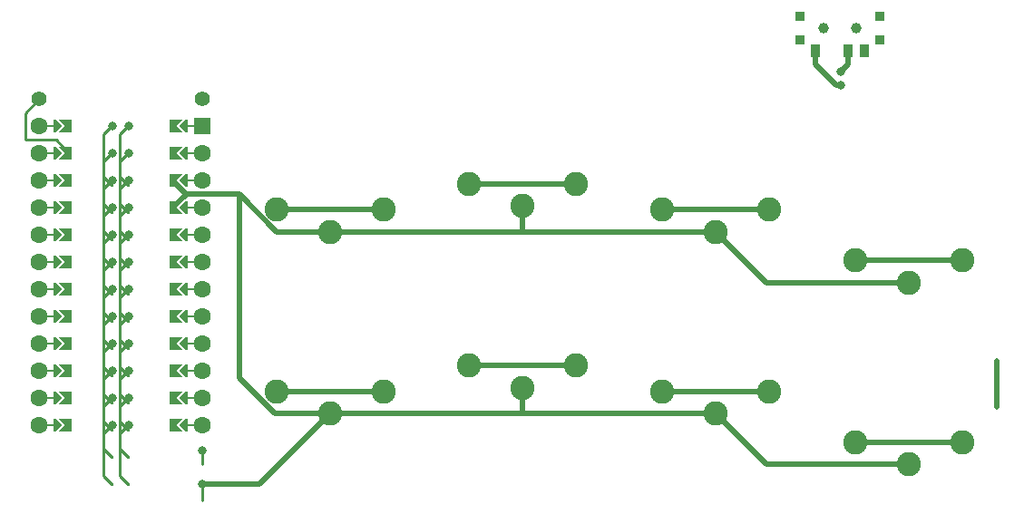
<source format=gbl>
%TF.GenerationSoftware,KiCad,Pcbnew,(6.0.10)*%
%TF.CreationDate,2023-01-30T20:00:38-06:00*%
%TF.ProjectId,mypaintbrush_normal,6d797061-696e-4746-9272-7573685f6e6f,rev?*%
%TF.SameCoordinates,Original*%
%TF.FileFunction,Copper,L2,Bot*%
%TF.FilePolarity,Positive*%
%FSLAX46Y46*%
G04 Gerber Fmt 4.6, Leading zero omitted, Abs format (unit mm)*
G04 Created by KiCad (PCBNEW (6.0.10)) date 2023-01-30 20:00:38*
%MOMM*%
%LPD*%
G01*
G04 APERTURE LIST*
G04 Aperture macros list*
%AMFreePoly0*
4,1,6,0.600000,0.200000,0.000000,-0.400000,-0.600000,0.200000,-0.600000,0.400000,0.600000,0.400000,0.600000,0.200000,0.600000,0.200000,$1*%
%AMFreePoly1*
4,1,5,0.125000,-0.500000,-0.125000,-0.500000,-0.125000,0.500000,0.125000,0.500000,0.125000,-0.500000,0.125000,-0.500000,$1*%
%AMFreePoly2*
4,1,49,0.004773,0.123721,0.009154,0.124665,0.028961,0.117240,0.062500,0.108253,0.068237,0.102516,0.075053,0.099961,0.087617,0.083136,0.108253,0.062500,0.111178,0.051584,0.117161,0.043572,0.118539,0.024114,0.125000,0.000000,0.121239,-0.014035,0.122131,-0.026629,0.113759,-0.041951,0.108253,-0.062500,0.095644,-0.075109,0.088389,-0.088388,-0.641000,-0.817776,-0.641000,-4.770224,
0.088389,-5.499612,0.109852,-5.528356,0.124665,-5.597154,0.099961,-5.663053,0.043572,-5.705161,-0.026629,-5.710131,-0.088388,-5.676389,-0.854388,-4.910388,-0.867707,-4.892552,-0.871189,-4.889530,-0.871982,-4.886826,-0.875852,-4.881644,-0.882331,-4.851549,-0.891000,-4.822000,-0.891000,-0.766000,-0.887805,-0.743969,-0.888131,-0.739371,-0.886780,-0.736898,-0.885852,-0.730498,-0.869151,-0.704632,
-0.854388,-0.677612,-0.088388,0.088389,-0.064606,0.106147,-0.062500,0.108253,-0.061385,0.108552,-0.059644,0.109852,-0.043806,0.113262,0.000000,0.125000,0.004773,0.123721,0.004773,0.123721,$1*%
%AMFreePoly3*
4,1,6,0.600000,-0.250000,-0.600000,-0.250000,-0.600000,1.000000,0.000000,0.400000,0.600000,1.000000,0.600000,-0.250000,0.600000,-0.250000,$1*%
G04 Aperture macros list end*
%TA.AperFunction,ComponentPad*%
%ADD10C,2.262000*%
%TD*%
%TA.AperFunction,SMDPad,CuDef*%
%ADD11FreePoly0,270.000000*%
%TD*%
%TA.AperFunction,SMDPad,CuDef*%
%ADD12FreePoly1,270.000000*%
%TD*%
%TA.AperFunction,ComponentPad*%
%ADD13C,1.600000*%
%TD*%
%TA.AperFunction,ComponentPad*%
%ADD14R,1.600000X1.600000*%
%TD*%
%TA.AperFunction,SMDPad,CuDef*%
%ADD15FreePoly0,90.000000*%
%TD*%
%TA.AperFunction,SMDPad,CuDef*%
%ADD16FreePoly1,90.000000*%
%TD*%
%TA.AperFunction,ComponentPad*%
%ADD17C,0.800000*%
%TD*%
%TA.AperFunction,SMDPad,CuDef*%
%ADD18FreePoly2,90.000000*%
%TD*%
%TA.AperFunction,SMDPad,CuDef*%
%ADD19FreePoly3,270.000000*%
%TD*%
%TA.AperFunction,SMDPad,CuDef*%
%ADD20FreePoly3,90.000000*%
%TD*%
%TA.AperFunction,SMDPad,CuDef*%
%ADD21FreePoly2,270.000000*%
%TD*%
%TA.AperFunction,ComponentPad*%
%ADD22C,1.397000*%
%TD*%
%TA.AperFunction,WasherPad*%
%ADD23C,1.000000*%
%TD*%
%TA.AperFunction,SMDPad,CuDef*%
%ADD24R,0.900000X0.900000*%
%TD*%
%TA.AperFunction,SMDPad,CuDef*%
%ADD25R,0.900000X1.250000*%
%TD*%
%TA.AperFunction,ViaPad*%
%ADD26C,0.800000*%
%TD*%
%TA.AperFunction,Conductor*%
%ADD27C,0.508000*%
%TD*%
%TA.AperFunction,Conductor*%
%ADD28C,0.250000*%
%TD*%
%TA.AperFunction,Conductor*%
%ADD29C,0.254000*%
%TD*%
G04 APERTURE END LIST*
D10*
%TO.P,KEY2,1,1*%
%TO.N,GND*%
X123901737Y-37119424D03*
%TO.P,KEY2,2,2*%
%TO.N,R1C2*%
X128901737Y-35019424D03*
X118901737Y-35019424D03*
%TD*%
%TO.P,KEY3,1,1*%
%TO.N,GND*%
X141901739Y-39499426D03*
%TO.P,KEY3,2,2*%
%TO.N,R1C3*%
X136901739Y-37399426D03*
X146901739Y-37399426D03*
%TD*%
%TO.P,KEY4,1,1*%
%TO.N,GND*%
X159901737Y-44249424D03*
%TO.P,KEY4,2,2*%
%TO.N,R1C4*%
X154901737Y-42149424D03*
X164901737Y-42149424D03*
%TD*%
%TO.P,KEY6,1,1*%
%TO.N,GND*%
X123901739Y-54119424D03*
%TO.P,KEY6,2,2*%
%TO.N,R2C2*%
X118901739Y-52019424D03*
X128901739Y-52019424D03*
%TD*%
%TO.P,KEY7,1,1*%
%TO.N,GND*%
X141901739Y-56499426D03*
%TO.P,KEY7,2,2*%
%TO.N,R2C3*%
X136901739Y-54399426D03*
X146901739Y-54399426D03*
%TD*%
%TO.P,KEY8,1,1*%
%TO.N,GND*%
X159901739Y-61249423D03*
%TO.P,KEY8,2,2*%
%TO.N,R2C4*%
X154901739Y-59149423D03*
X164901739Y-59149423D03*
%TD*%
%TO.P,KEY1,1,1*%
%TO.N,GND*%
X105901737Y-39499424D03*
%TO.P,KEY1,2,2*%
%TO.N,R1C1*%
X100901737Y-37399424D03*
X110901737Y-37399424D03*
%TD*%
%TO.P,KEY5,1,1*%
%TO.N,GND*%
X105901736Y-56499424D03*
%TO.P,KEY5,2,2*%
%TO.N,R2C1*%
X110901736Y-54399424D03*
X100901736Y-54399424D03*
%TD*%
D11*
%TO.P,U1,*%
%TO.N,*%
X92243737Y-47409424D03*
D12*
X92751737Y-57569424D03*
D11*
X92243737Y-55029424D03*
D13*
X94021737Y-39789424D03*
D11*
X92243737Y-39789424D03*
X92243737Y-34709424D03*
D14*
X94021737Y-29629424D03*
D12*
X92751737Y-34709424D03*
D15*
X80559737Y-42329424D03*
D16*
X80051737Y-57569424D03*
D12*
X92751737Y-37249424D03*
D13*
X94021737Y-29629424D03*
D16*
X80051737Y-49949424D03*
D15*
X80559737Y-32169424D03*
D13*
X94021737Y-32169424D03*
X94021737Y-37249424D03*
X78781737Y-32169424D03*
X94021737Y-47409424D03*
D15*
X80559737Y-39789424D03*
D16*
X80051737Y-47409424D03*
D15*
X80559737Y-37249424D03*
X80559737Y-29629424D03*
D12*
X92751737Y-44869424D03*
D13*
X94021737Y-55029424D03*
D16*
X80051737Y-29629424D03*
D15*
X80559737Y-52489424D03*
D13*
X94021737Y-49949424D03*
D12*
X92751737Y-42329424D03*
D13*
X78781737Y-55029424D03*
D16*
X80051737Y-42329424D03*
D13*
X78781737Y-47409424D03*
D11*
X92243737Y-49949424D03*
D13*
X78781737Y-34709424D03*
D16*
X80051737Y-34709424D03*
D13*
X94021737Y-42329424D03*
X78781737Y-44869424D03*
X94021737Y-52489424D03*
D16*
X80051737Y-32169424D03*
D11*
X92243737Y-29629424D03*
X92243737Y-57569424D03*
D15*
X80559737Y-57569424D03*
D12*
X92751737Y-29629424D03*
D11*
X92243737Y-32169424D03*
D15*
X80559737Y-44869424D03*
D13*
X94021737Y-34709424D03*
D12*
X92751737Y-32169424D03*
X92751737Y-47409424D03*
X92751737Y-52489424D03*
D13*
X94021737Y-57569424D03*
D16*
X80051737Y-44869424D03*
X80051737Y-52489424D03*
X80051737Y-55029424D03*
D13*
X78781737Y-39789424D03*
X94021737Y-44869424D03*
D12*
X92751737Y-55029424D03*
D11*
X92243737Y-42329424D03*
D13*
X78781737Y-57569424D03*
D16*
X80051737Y-37249424D03*
D12*
X92751737Y-49949424D03*
D13*
X78781737Y-29629424D03*
D15*
X80559737Y-34709424D03*
D11*
X92243737Y-37249424D03*
D12*
X92751737Y-39789424D03*
D16*
X80051737Y-39789424D03*
D15*
X80559737Y-49949424D03*
D11*
X92243737Y-44869424D03*
D15*
X80559737Y-47409424D03*
X80559737Y-55029424D03*
D13*
X78781737Y-52489424D03*
X78781737Y-42329424D03*
X78781737Y-37249424D03*
D11*
X92243737Y-52489424D03*
D13*
X78781737Y-49949424D03*
D17*
%TO.P,U1,1,TX*%
%TO.N,unconnected-(U1-Pad1)*%
X85639737Y-29629424D03*
D18*
X85639737Y-29629424D03*
D19*
X91227737Y-29629424D03*
D18*
%TO.P,U1,2,RX*%
%TO.N,unconnected-(U1-Pad2)*%
X85639737Y-32169424D03*
D17*
X85639737Y-32169424D03*
D19*
X91227737Y-32169424D03*
D18*
%TO.P,U1,3,GND*%
%TO.N,GND*%
X85639737Y-34709424D03*
D17*
X85639737Y-34709424D03*
D19*
X91227737Y-34709424D03*
D17*
%TO.P,U1,4,GND*%
X85639737Y-37249424D03*
D18*
X85639737Y-37249424D03*
D19*
X91227737Y-37249424D03*
%TO.P,U1,5,SCL*%
%TO.N,SDA*%
X91227737Y-39789424D03*
D17*
X85639737Y-39789424D03*
D18*
X85639737Y-39789424D03*
D17*
%TO.P,U1,6,SDA*%
%TO.N,SCL*%
X85639737Y-42329424D03*
D18*
X85639737Y-42329424D03*
D19*
X91227737Y-42329424D03*
D18*
%TO.P,U1,7,D4*%
%TO.N,unconnected-(U1-Pad7)*%
X85639737Y-44869424D03*
D17*
X85639737Y-44869424D03*
D19*
X91227737Y-44869424D03*
D18*
%TO.P,U1,8,C6*%
%TO.N,unconnected-(U1-Pad8)*%
X85639737Y-47409424D03*
D19*
X91227737Y-47409424D03*
D17*
X85639737Y-47409424D03*
D18*
%TO.P,U1,9,D7*%
%TO.N,unconnected-(U1-Pad9)*%
X85639737Y-49949424D03*
D17*
X85639737Y-49949424D03*
D19*
X91227737Y-49949424D03*
D18*
%TO.P,U1,10,E6*%
%TO.N,unconnected-(U1-Pad10)*%
X85639737Y-52489424D03*
D19*
X91227737Y-52489424D03*
D17*
X85639737Y-52489424D03*
%TO.P,U1,11,B4*%
%TO.N,unconnected-(U1-Pad11)*%
X85639737Y-55029424D03*
D19*
X91227737Y-55029424D03*
D18*
X85639737Y-55029424D03*
D17*
%TO.P,U1,12,B5*%
%TO.N,unconnected-(U1-Pad12)*%
X85639737Y-57569424D03*
D19*
X91227737Y-57569424D03*
D18*
X85639737Y-57569424D03*
D20*
%TO.P,U1,13,B6*%
%TO.N,R2C4*%
X81575737Y-57569424D03*
D17*
X87163737Y-57569424D03*
D21*
X87163737Y-57569424D03*
D20*
%TO.P,U1,14,B2*%
%TO.N,R2C3*%
X81575737Y-55029424D03*
D21*
X87163737Y-55029424D03*
D17*
X87163737Y-55029424D03*
D20*
%TO.P,U1,15,B3*%
%TO.N,R2C2*%
X81575737Y-52489424D03*
D17*
X87163737Y-52489424D03*
D21*
X87163737Y-52489424D03*
D20*
%TO.P,U1,16,B1*%
%TO.N,R2C1*%
X81575737Y-49949424D03*
D21*
X87163737Y-49949424D03*
D17*
X87163737Y-49949424D03*
D21*
%TO.P,U1,17,F7*%
%TO.N,R1C4*%
X87163737Y-47409424D03*
D20*
X81575737Y-47409424D03*
D17*
X87163737Y-47409424D03*
%TO.P,U1,18,F6*%
%TO.N,R1C3*%
X87163737Y-44869424D03*
D21*
X87163737Y-44869424D03*
D20*
X81575737Y-44869424D03*
D21*
%TO.P,U1,19,F5*%
%TO.N,R1C2*%
X87163737Y-42329424D03*
D17*
X87163737Y-42329424D03*
D20*
X81575737Y-42329424D03*
%TO.P,U1,20,F4*%
%TO.N,R1C1*%
X81575737Y-39789424D03*
D21*
X87163737Y-39789424D03*
D17*
X87163737Y-39789424D03*
D21*
%TO.P,U1,21,VCC*%
%TO.N,VCC*%
X87163737Y-37249424D03*
D20*
X81575737Y-37249424D03*
D17*
X87163737Y-37249424D03*
D21*
%TO.P,U1,22,RST*%
%TO.N,RST*%
X87163737Y-34709424D03*
D20*
X81575737Y-34709424D03*
D17*
X87163737Y-34709424D03*
D20*
%TO.P,U1,23,GND*%
%TO.N,GND*%
X81575737Y-32169424D03*
D17*
X87163737Y-32169424D03*
D21*
X87163737Y-32169424D03*
D20*
%TO.P,U1,24,RAW*%
%TO.N,raw*%
X81575737Y-29629424D03*
D17*
X87163737Y-29629424D03*
D21*
X87163737Y-29629424D03*
%TD*%
D22*
%TO.P,Bat+1,1,1*%
%TO.N,BT+*%
X94021737Y-27129424D03*
%TD*%
%TO.P,BatGND1,1,1*%
%TO.N,GND*%
X78781737Y-27129424D03*
%TD*%
D23*
%TO.P,SW_POWER1,*%
%TO.N,*%
X155001736Y-20511924D03*
X152001736Y-20511924D03*
D24*
%TO.P,SW_POWER1,0*%
%TO.N,N/C*%
X157201736Y-19411924D03*
X149801736Y-19411924D03*
X149801736Y-21611924D03*
X157201736Y-21611924D03*
D25*
%TO.P,SW_POWER1,1,A*%
%TO.N,raw*%
X151251736Y-22586924D03*
%TO.P,SW_POWER1,2,B*%
%TO.N,BT+*%
X154251736Y-22586923D03*
%TO.P,SW_POWER1,3,C*%
%TO.N,unconnected-(SW_POWER1-Pad3)*%
X155751736Y-22586924D03*
%TD*%
D26*
%TO.N,GND*%
X94001736Y-63099424D03*
%TO.N,RST*%
X94001735Y-59974423D03*
%TO.N,BT+*%
X153576739Y-24549424D03*
%TO.N,raw*%
X153601736Y-25799424D03*
%TD*%
D27*
%TO.N,GND*%
X146651737Y-44249424D02*
X141901739Y-39499426D01*
X92502737Y-35974424D02*
X92492737Y-35974424D01*
X92492737Y-35974424D02*
X91227737Y-34709424D01*
X91227737Y-37249424D02*
X92502737Y-35974424D01*
X123901737Y-37119424D02*
X123901737Y-39474425D01*
X97417642Y-53156859D02*
X100760207Y-56499424D01*
X100942642Y-39499424D02*
X105901737Y-39499424D01*
D28*
X77501736Y-28409425D02*
X77501736Y-30924424D01*
X80330737Y-30924424D02*
X81575737Y-32169424D01*
D27*
X141901737Y-39499424D02*
X141901739Y-39499426D01*
X123901737Y-39474425D02*
X123926736Y-39499424D01*
X100760207Y-56499424D02*
X105901736Y-56499424D01*
D28*
X77501736Y-30924424D02*
X80330737Y-30924424D01*
D27*
X141901739Y-56499423D02*
X123901736Y-56499424D01*
X123901739Y-56499421D02*
X123901736Y-56499424D01*
X92502737Y-35974424D02*
X97417642Y-35974424D01*
X99301738Y-63099424D02*
X95601736Y-63099424D01*
X123901739Y-54119424D02*
X123901739Y-56499421D01*
D29*
X94001735Y-64599425D02*
X94001736Y-63895424D01*
D27*
X105901738Y-56499424D02*
X99301738Y-63099424D01*
X123926736Y-39499424D02*
X141901737Y-39499424D01*
D29*
X93685038Y-37586123D02*
X94021738Y-37249423D01*
D27*
X95601736Y-63099424D02*
X94001736Y-63099424D01*
X105901737Y-39499424D02*
X123926736Y-39499424D01*
D28*
X78781737Y-27129424D02*
X77501736Y-28409425D01*
D27*
X97417642Y-35974424D02*
X100942642Y-39499424D01*
X123901736Y-56499424D02*
X105901738Y-56499424D01*
X159901737Y-44249424D02*
X146651737Y-44249424D01*
X97417642Y-35974424D02*
X97417642Y-53156859D01*
X146651737Y-61249424D02*
X141901739Y-56499423D01*
X159901739Y-61249425D02*
X146651737Y-61249424D01*
D29*
X94001736Y-63895424D02*
X94001736Y-63099424D01*
D27*
%TO.N,R1C1*%
X110901739Y-37399424D02*
X100901739Y-37399423D01*
D29*
X93818438Y-39992724D02*
X94021736Y-39789425D01*
D27*
%TO.N,R1C2*%
X128901739Y-35019425D02*
X118901739Y-35019424D01*
D29*
X93685040Y-42666123D02*
X94021737Y-42329424D01*
%TO.N,R1C3*%
X93685039Y-45206123D02*
X94021739Y-44869424D01*
D27*
X146901739Y-37399423D02*
X136901737Y-37399425D01*
D29*
%TO.N,R1C4*%
X93685040Y-47746124D02*
X94021737Y-47409423D01*
D27*
X164901738Y-42149424D02*
X154901738Y-42149423D01*
D29*
%TO.N,R2C1*%
X93685040Y-50286122D02*
X94021737Y-49949424D01*
D27*
X110901736Y-54399424D02*
X100901736Y-54399424D01*
D29*
%TO.N,R2C2*%
X93818438Y-52692724D02*
X94021737Y-52489425D01*
D27*
X118901739Y-52019424D02*
X128901739Y-52019424D01*
D29*
%TO.N,R2C3*%
X93818436Y-55232726D02*
X94021738Y-55029423D01*
D27*
X136901737Y-54399425D02*
X146901738Y-54399423D01*
D29*
%TO.N,R2C4*%
X94021739Y-57569424D02*
X93818438Y-57772725D01*
D27*
X154901737Y-59149424D02*
X164901738Y-59149425D01*
X168176737Y-51599424D02*
X168176739Y-55874424D01*
D29*
%TO.N,RST*%
X94001735Y-59974423D02*
X94001735Y-61199425D01*
X94001735Y-61099423D02*
X94001736Y-61099424D01*
X93685040Y-35046124D02*
X94021737Y-34709424D01*
D27*
%TO.N,BT+*%
X154251736Y-23874427D02*
X153576739Y-24549424D01*
X154251736Y-22586923D02*
X154251736Y-23874427D01*
%TO.N,raw*%
X153151736Y-25799424D02*
X151251736Y-23899424D01*
X153601736Y-25799424D02*
X153151736Y-25799424D01*
X151251736Y-23899424D02*
X151251736Y-22586924D01*
%TD*%
M02*

</source>
